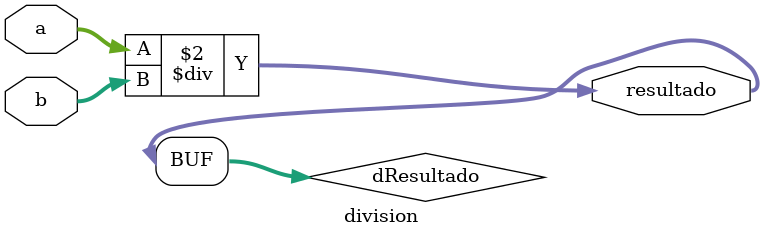
<source format=sv>
module division #(parameter N = 4)(input logic [N-1:0] a, b, output logic [N-1:0] resultado);

    logic [N-1:0] dResultado ;

    always_comb begin
        dResultado = a / b;
    end

    assign resultado = dResultado;

endmodule 
</source>
